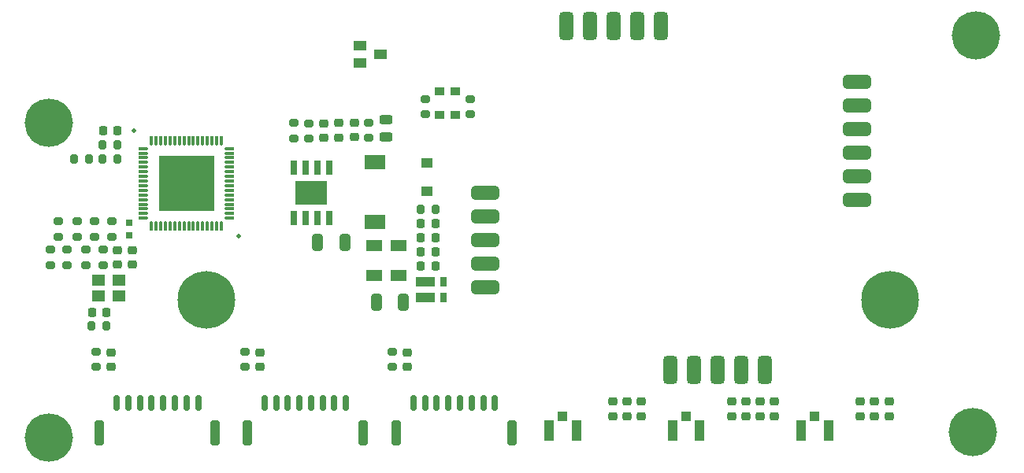
<source format=gts>
G04 #@! TF.GenerationSoftware,KiCad,Pcbnew,8.0.0-rc1*
G04 #@! TF.CreationDate,2025-03-27T12:12:56+03:00*
G04 #@! TF.ProjectId,GSM_CT_V1.0,47534d5f-4354-45f5-9631-2e302e6b6963,rev?*
G04 #@! TF.SameCoordinates,Original*
G04 #@! TF.FileFunction,Soldermask,Top*
G04 #@! TF.FilePolarity,Negative*
%FSLAX46Y46*%
G04 Gerber Fmt 4.6, Leading zero omitted, Abs format (unit mm)*
G04 Created by KiCad (PCBNEW 8.0.0-rc1) date 2025-03-27 12:12:56*
%MOMM*%
%LPD*%
G01*
G04 APERTURE LIST*
G04 Aperture macros list*
%AMRoundRect*
0 Rectangle with rounded corners*
0 $1 Rounding radius*
0 $2 $3 $4 $5 $6 $7 $8 $9 X,Y pos of 4 corners*
0 Add a 4 corners polygon primitive as box body*
4,1,4,$2,$3,$4,$5,$6,$7,$8,$9,$2,$3,0*
0 Add four circle primitives for the rounded corners*
1,1,$1+$1,$2,$3*
1,1,$1+$1,$4,$5*
1,1,$1+$1,$6,$7*
1,1,$1+$1,$8,$9*
0 Add four rect primitives between the rounded corners*
20,1,$1+$1,$2,$3,$4,$5,0*
20,1,$1+$1,$4,$5,$6,$7,0*
20,1,$1+$1,$6,$7,$8,$9,0*
20,1,$1+$1,$8,$9,$2,$3,0*%
%AMFreePoly0*
4,1,12,-0.135000,0.500000,0.135000,0.500000,0.135000,-0.365000,0.124724,-0.416662,0.095459,-0.460459,0.051662,-0.489724,0.000000,-0.500000,-0.051662,-0.489724,-0.095459,-0.460459,-0.124724,-0.416662,-0.135000,-0.365000,-0.135000,0.500000,-0.135000,0.500000,$1*%
%AMFreePoly1*
4,1,5,3.000000,-3.000000,-3.000000,-3.000000,-3.000000,3.000000,3.000000,3.000000,3.000000,-3.000000,3.000000,-3.000000,$1*%
G04 Aperture macros list end*
%ADD10RoundRect,0.225000X-0.225000X-0.250000X0.225000X-0.250000X0.225000X0.250000X-0.225000X0.250000X0*%
%ADD11RoundRect,0.225000X-0.250000X0.225000X-0.250000X-0.225000X0.250000X-0.225000X0.250000X0.225000X0*%
%ADD12RoundRect,0.150000X-0.150000X-0.700000X0.150000X-0.700000X0.150000X0.700000X-0.150000X0.700000X0*%
%ADD13RoundRect,0.250000X-0.250000X-1.100000X0.250000X-1.100000X0.250000X1.100000X-0.250000X1.100000X0*%
%ADD14RoundRect,0.200000X0.275000X-0.200000X0.275000X0.200000X-0.275000X0.200000X-0.275000X-0.200000X0*%
%ADD15RoundRect,0.225000X0.225000X0.250000X-0.225000X0.250000X-0.225000X-0.250000X0.225000X-0.250000X0*%
%ADD16RoundRect,0.200000X0.200000X0.275000X-0.200000X0.275000X-0.200000X-0.275000X0.200000X-0.275000X0*%
%ADD17R,1.400000X1.000000*%
%ADD18C,5.200000*%
%ADD19R,2.200000X1.600000*%
%ADD20R,1.220000X1.120000*%
%ADD21RoundRect,0.200000X-0.200000X-0.275000X0.200000X-0.275000X0.200000X0.275000X-0.200000X0.275000X0*%
%ADD22R,2.000000X1.100000*%
%ADD23R,0.800000X1.100000*%
%ADD24FreePoly0,270.000000*%
%ADD25FreePoly0,0.000000*%
%ADD26FreePoly0,90.000000*%
%ADD27FreePoly0,180.000000*%
%ADD28FreePoly1,270.000000*%
%ADD29RoundRect,0.243750X-0.456250X0.243750X-0.456250X-0.243750X0.456250X-0.243750X0.456250X0.243750X0*%
%ADD30R,1.400000X1.200000*%
%ADD31C,0.500000*%
%ADD32R,1.000000X0.850000*%
%ADD33RoundRect,0.225000X0.250000X-0.225000X0.250000X0.225000X-0.250000X0.225000X-0.250000X-0.225000X0*%
%ADD34C,0.900000*%
%ADD35C,6.200000*%
%ADD36RoundRect,0.200000X-0.275000X0.200000X-0.275000X-0.200000X0.275000X-0.200000X0.275000X0.200000X0*%
%ADD37RoundRect,0.250000X0.325000X0.650000X-0.325000X0.650000X-0.325000X-0.650000X0.325000X-0.650000X0*%
%ADD38RoundRect,0.218750X-0.256250X0.218750X-0.256250X-0.218750X0.256250X-0.218750X0.256250X0.218750X0*%
%ADD39RoundRect,0.250000X-0.325000X-0.650000X0.325000X-0.650000X0.325000X0.650000X-0.325000X0.650000X0*%
%ADD40R,1.800000X1.230000*%
%ADD41RoundRect,0.375000X1.125000X0.375000X-1.125000X0.375000X-1.125000X-0.375000X1.125000X-0.375000X0*%
%ADD42RoundRect,0.375000X-0.375000X1.125000X-0.375000X-1.125000X0.375000X-1.125000X0.375000X1.125000X0*%
%ADD43R,1.000000X1.050000*%
%ADD44R,1.050000X2.200000*%
%ADD45R,0.700000X0.650000*%
%ADD46R,0.700000X1.525000*%
%ADD47R,3.450000X2.560000*%
G04 APERTURE END LIST*
D10*
X103490000Y-98340000D03*
X105040000Y-98340000D03*
D11*
X138380000Y-114437500D03*
X138380000Y-115987500D03*
D12*
X102685000Y-114600000D03*
X103935000Y-114600000D03*
X105185000Y-114600000D03*
X106435000Y-114600000D03*
X107685000Y-114600000D03*
X108935000Y-114600000D03*
X110185000Y-114600000D03*
X111435000Y-114600000D03*
D13*
X100835000Y-117800000D03*
X113285000Y-117800000D03*
D12*
X70785000Y-114600000D03*
X72035000Y-114600000D03*
X73285000Y-114600000D03*
X74535000Y-114600000D03*
X75785000Y-114600000D03*
X77035000Y-114600000D03*
X78285000Y-114600000D03*
X79535000Y-114600000D03*
D13*
X68935000Y-117800000D03*
X81385000Y-117800000D03*
D10*
X103485000Y-96820000D03*
X105035000Y-96820000D03*
D14*
X67440000Y-99735000D03*
X67440000Y-98085000D03*
D15*
X69655000Y-104810000D03*
X68105000Y-104810000D03*
D16*
X69695000Y-106320000D03*
X68045000Y-106320000D03*
D17*
X96945980Y-76130000D03*
X96945980Y-78030000D03*
X99145980Y-77080000D03*
D18*
X163120000Y-75070000D03*
X162840000Y-117710000D03*
D19*
X98557500Y-88687500D03*
X98557500Y-95087500D03*
D20*
X104107500Y-88722500D03*
X104107500Y-91822500D03*
D21*
X66185000Y-88330000D03*
X67835000Y-88330000D03*
D18*
X63460000Y-118310000D03*
D22*
X104000000Y-103230000D03*
D23*
X105900000Y-103230000D03*
D24*
X82870000Y-94710000D03*
X82870000Y-94210000D03*
X82870000Y-93710000D03*
X82870000Y-93210000D03*
X82870000Y-92710000D03*
X82870000Y-92210000D03*
X82870000Y-91710000D03*
X82870000Y-91210000D03*
X82870000Y-90710000D03*
X82870000Y-90210000D03*
X82870000Y-89710000D03*
X82870000Y-89210000D03*
X82870000Y-88710000D03*
X82870000Y-88210000D03*
X82870000Y-87710000D03*
X82870000Y-87210000D03*
D25*
X82020000Y-86360000D03*
X81520000Y-86360000D03*
X81020000Y-86360000D03*
X80520000Y-86360000D03*
X80020000Y-86360000D03*
X79520000Y-86360000D03*
X79020000Y-86360000D03*
X78520000Y-86360000D03*
X78020000Y-86360000D03*
X77520000Y-86360000D03*
X77020000Y-86360000D03*
X76520000Y-86360000D03*
X76020000Y-86360000D03*
X75520000Y-86360000D03*
X75020000Y-86360000D03*
X74520000Y-86360000D03*
D26*
X73670000Y-87210000D03*
X73670000Y-87710000D03*
X73670000Y-88210000D03*
X73670000Y-88710000D03*
X73670000Y-89210000D03*
X73670000Y-89710000D03*
X73670000Y-90210000D03*
X73670000Y-90710000D03*
X73670000Y-91210000D03*
X73670000Y-91710000D03*
X73670000Y-92210000D03*
X73670000Y-92710000D03*
X73670000Y-93210000D03*
X73670000Y-93710000D03*
X73670000Y-94210000D03*
X73670000Y-94710000D03*
D27*
X74520000Y-95560000D03*
X75020000Y-95560000D03*
X75520000Y-95560000D03*
X76020000Y-95560000D03*
X76520000Y-95560000D03*
X77020000Y-95560000D03*
X77520000Y-95560000D03*
X78020000Y-95560000D03*
X78520000Y-95560000D03*
X79020000Y-95560000D03*
X79520000Y-95560000D03*
X80020000Y-95560000D03*
X80520000Y-95560000D03*
X81020000Y-95560000D03*
X81520000Y-95560000D03*
X82020000Y-95560000D03*
D28*
X78270000Y-90960000D03*
D12*
X86665000Y-114600000D03*
X87915000Y-114600000D03*
X89165000Y-114600000D03*
X90415000Y-114600000D03*
X91665000Y-114600000D03*
X92915000Y-114600000D03*
X94165000Y-114600000D03*
X95415000Y-114600000D03*
D13*
X84815000Y-117800000D03*
X97265000Y-117800000D03*
D15*
X70850000Y-85310000D03*
X69300000Y-85310000D03*
D11*
X150715000Y-114455000D03*
X150715000Y-116005000D03*
D14*
X68380000Y-96700000D03*
X68380000Y-95050000D03*
D29*
X99727500Y-84135000D03*
X99727500Y-86010000D03*
D30*
X68860000Y-103080000D03*
X71060000Y-103080000D03*
X71060000Y-101380000D03*
X68860000Y-101380000D03*
D31*
X83920000Y-96610000D03*
D32*
X105510000Y-83625000D03*
X107210000Y-83625000D03*
X107210000Y-81075000D03*
X105510000Y-81075000D03*
D14*
X70290000Y-96700000D03*
X70290000Y-95050000D03*
D11*
X96332500Y-84452500D03*
X96332500Y-86002500D03*
D33*
X72440000Y-99695000D03*
X72440000Y-98145000D03*
D34*
X77790000Y-103490000D03*
X78540000Y-101640000D03*
X78540000Y-105340000D03*
X80390000Y-100890000D03*
D35*
X80390000Y-103490000D03*
D34*
X80390000Y-106090000D03*
X82240000Y-101640000D03*
X82240000Y-105340000D03*
X82990000Y-103490000D03*
D11*
X141430000Y-114440000D03*
X141430000Y-115990000D03*
D22*
X104000000Y-101530000D03*
D23*
X105900000Y-101530000D03*
D33*
X152250000Y-115985000D03*
X152250000Y-114435000D03*
D36*
X68600000Y-109067500D03*
X68600000Y-110717500D03*
D37*
X101625000Y-103760000D03*
X98675000Y-103760000D03*
D14*
X97897500Y-86077500D03*
X97897500Y-84427500D03*
D31*
X72620000Y-85310000D03*
D14*
X103940000Y-83545000D03*
X103940000Y-81895000D03*
D18*
X63460000Y-84410000D03*
D14*
X69310000Y-99740000D03*
X69310000Y-98090000D03*
D11*
X94632500Y-84482500D03*
X94632500Y-86032500D03*
D16*
X70880000Y-88350000D03*
X69230000Y-88350000D03*
D11*
X124070000Y-114445000D03*
X124070000Y-115995000D03*
D38*
X70870000Y-98142500D03*
X70870000Y-99717500D03*
D39*
X92350000Y-97330000D03*
X95300000Y-97330000D03*
D33*
X139900000Y-115985000D03*
X139900000Y-114435000D03*
X125610000Y-115990000D03*
X125610000Y-114440000D03*
D14*
X66500000Y-96690000D03*
X66500000Y-95040000D03*
D40*
X101060000Y-97680000D03*
X98440000Y-97680000D03*
D10*
X103485000Y-99880000D03*
X105035000Y-99880000D03*
D14*
X63620000Y-99740000D03*
X63620000Y-98090000D03*
D36*
X100420000Y-109065000D03*
X100420000Y-110715000D03*
D14*
X89812500Y-86122500D03*
X89812500Y-84472500D03*
D21*
X69240000Y-86830000D03*
X70890000Y-86830000D03*
D34*
X151290000Y-103490000D03*
X152040000Y-101640000D03*
X152040000Y-105340000D03*
X153890000Y-100890000D03*
D35*
X153890000Y-103490000D03*
D34*
X153890000Y-106090000D03*
X155740000Y-101640000D03*
X155740000Y-105340000D03*
X156490000Y-103490000D03*
D41*
X110360000Y-102150000D03*
X110360000Y-99610000D03*
X110360000Y-97070000D03*
X110360000Y-94530000D03*
X110360000Y-91990000D03*
D42*
X119150000Y-74040000D03*
X121690000Y-74040000D03*
X124230000Y-74040000D03*
X126770000Y-74040000D03*
X129310000Y-74040000D03*
D41*
X150370000Y-80020000D03*
X150370000Y-82560000D03*
X150370000Y-85100000D03*
X150370000Y-87640000D03*
X150370000Y-90180000D03*
X150370000Y-92720000D03*
D42*
X140460000Y-111040000D03*
X137920000Y-111040000D03*
X135380000Y-111040000D03*
X132840000Y-111040000D03*
X130300000Y-111040000D03*
D11*
X127160000Y-114450000D03*
X127160000Y-116000000D03*
D43*
X131985000Y-116000000D03*
D44*
X133460000Y-117525000D03*
X130510000Y-117525000D03*
D43*
X145795000Y-116000000D03*
D44*
X147270000Y-117525000D03*
X144320000Y-117525000D03*
D14*
X64500000Y-96700000D03*
X64500000Y-95050000D03*
X108750000Y-83555000D03*
X108750000Y-81905000D03*
D43*
X118715000Y-116000000D03*
D44*
X120190000Y-117525000D03*
X117240000Y-117525000D03*
D11*
X153835000Y-114450000D03*
X153835000Y-116000000D03*
D36*
X84610000Y-109065000D03*
X84610000Y-110715000D03*
D45*
X72120000Y-96535000D03*
X72120000Y-95185000D03*
D38*
X136860000Y-114427500D03*
X136860000Y-116002500D03*
D46*
X93617500Y-89307500D03*
X92347500Y-89307500D03*
X91077500Y-89307500D03*
X89807500Y-89307500D03*
X89807500Y-94731500D03*
X91077500Y-94731500D03*
X92347500Y-94731500D03*
X93617500Y-94731500D03*
D47*
X91712500Y-92019500D03*
D40*
X101065000Y-100855000D03*
X98445000Y-100855000D03*
D14*
X65470000Y-99730000D03*
X65470000Y-98080000D03*
D38*
X86207500Y-109135000D03*
X86207500Y-110710000D03*
X70200000Y-109135000D03*
X70200000Y-110710000D03*
D21*
X103435000Y-93745000D03*
X105085000Y-93745000D03*
D10*
X103485000Y-95290000D03*
X105035000Y-95290000D03*
D14*
X91442500Y-86142500D03*
X91442500Y-84492500D03*
D38*
X102020000Y-109135000D03*
X102020000Y-110710000D03*
D11*
X93062500Y-84512500D03*
X93062500Y-86062500D03*
M02*

</source>
